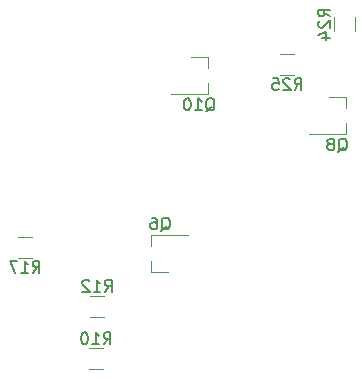
<source format=gbr>
G04 #@! TF.FileFunction,Legend,Bot*
%FSLAX46Y46*%
G04 Gerber Fmt 4.6, Leading zero omitted, Abs format (unit mm)*
G04 Created by KiCad (PCBNEW 4.0.7) date 06/26/19 05:05:19*
%MOMM*%
%LPD*%
G01*
G04 APERTURE LIST*
%ADD10C,0.100000*%
%ADD11C,0.120000*%
%ADD12C,0.150000*%
G04 APERTURE END LIST*
D10*
D11*
X87860600Y-85933400D02*
X87860600Y-85003400D01*
X87860600Y-82773400D02*
X87860600Y-83703400D01*
X87860600Y-82773400D02*
X91020600Y-82773400D01*
X87860600Y-85933400D02*
X89320600Y-85933400D01*
X104366600Y-71089400D02*
X104366600Y-72019400D01*
X104366600Y-74249400D02*
X104366600Y-73319400D01*
X104366600Y-74249400D02*
X101206600Y-74249400D01*
X104366600Y-71089400D02*
X102906600Y-71089400D01*
X92682600Y-67685800D02*
X92682600Y-68615800D01*
X92682600Y-70845800D02*
X92682600Y-69915800D01*
X92682600Y-70845800D02*
X89522600Y-70845800D01*
X92682600Y-67685800D02*
X91222600Y-67685800D01*
X82610400Y-94148800D02*
X83810400Y-94148800D01*
X83810400Y-92388800D02*
X82610400Y-92388800D01*
X82712000Y-89703800D02*
X83912000Y-89703800D01*
X83912000Y-87943800D02*
X82712000Y-87943800D01*
X77790600Y-82940000D02*
X76590600Y-82940000D01*
X76590600Y-84700000D02*
X77790600Y-84700000D01*
X105147000Y-65522400D02*
X105147000Y-64322400D01*
X103387000Y-64322400D02*
X103387000Y-65522400D01*
X99964800Y-67471400D02*
X98764800Y-67471400D01*
X98764800Y-69231400D02*
X99964800Y-69231400D01*
D12*
X88715838Y-82401019D02*
X88811076Y-82353400D01*
X88906314Y-82258162D01*
X89049171Y-82115305D01*
X89144410Y-82067686D01*
X89239648Y-82067686D01*
X89192029Y-82305781D02*
X89287267Y-82258162D01*
X89382505Y-82162924D01*
X89430124Y-81972448D01*
X89430124Y-81639114D01*
X89382505Y-81448638D01*
X89287267Y-81353400D01*
X89192029Y-81305781D01*
X89001552Y-81305781D01*
X88906314Y-81353400D01*
X88811076Y-81448638D01*
X88763457Y-81639114D01*
X88763457Y-81972448D01*
X88811076Y-82162924D01*
X88906314Y-82258162D01*
X89001552Y-82305781D01*
X89192029Y-82305781D01*
X87906314Y-81305781D02*
X88096791Y-81305781D01*
X88192029Y-81353400D01*
X88239648Y-81401019D01*
X88334886Y-81543876D01*
X88382505Y-81734352D01*
X88382505Y-82115305D01*
X88334886Y-82210543D01*
X88287267Y-82258162D01*
X88192029Y-82305781D01*
X88001552Y-82305781D01*
X87906314Y-82258162D01*
X87858695Y-82210543D01*
X87811076Y-82115305D01*
X87811076Y-81877210D01*
X87858695Y-81781971D01*
X87906314Y-81734352D01*
X88001552Y-81686733D01*
X88192029Y-81686733D01*
X88287267Y-81734352D01*
X88334886Y-81781971D01*
X88382505Y-81877210D01*
X103701838Y-75717019D02*
X103797076Y-75669400D01*
X103892314Y-75574162D01*
X104035171Y-75431305D01*
X104130410Y-75383686D01*
X104225648Y-75383686D01*
X104178029Y-75621781D02*
X104273267Y-75574162D01*
X104368505Y-75478924D01*
X104416124Y-75288448D01*
X104416124Y-74955114D01*
X104368505Y-74764638D01*
X104273267Y-74669400D01*
X104178029Y-74621781D01*
X103987552Y-74621781D01*
X103892314Y-74669400D01*
X103797076Y-74764638D01*
X103749457Y-74955114D01*
X103749457Y-75288448D01*
X103797076Y-75478924D01*
X103892314Y-75574162D01*
X103987552Y-75621781D01*
X104178029Y-75621781D01*
X103178029Y-75050352D02*
X103273267Y-75002733D01*
X103320886Y-74955114D01*
X103368505Y-74859876D01*
X103368505Y-74812257D01*
X103320886Y-74717019D01*
X103273267Y-74669400D01*
X103178029Y-74621781D01*
X102987552Y-74621781D01*
X102892314Y-74669400D01*
X102844695Y-74717019D01*
X102797076Y-74812257D01*
X102797076Y-74859876D01*
X102844695Y-74955114D01*
X102892314Y-75002733D01*
X102987552Y-75050352D01*
X103178029Y-75050352D01*
X103273267Y-75097971D01*
X103320886Y-75145590D01*
X103368505Y-75240829D01*
X103368505Y-75431305D01*
X103320886Y-75526543D01*
X103273267Y-75574162D01*
X103178029Y-75621781D01*
X102987552Y-75621781D01*
X102892314Y-75574162D01*
X102844695Y-75526543D01*
X102797076Y-75431305D01*
X102797076Y-75240829D01*
X102844695Y-75145590D01*
X102892314Y-75097971D01*
X102987552Y-75050352D01*
X92494028Y-72313419D02*
X92589266Y-72265800D01*
X92684504Y-72170562D01*
X92827361Y-72027705D01*
X92922600Y-71980086D01*
X93017838Y-71980086D01*
X92970219Y-72218181D02*
X93065457Y-72170562D01*
X93160695Y-72075324D01*
X93208314Y-71884848D01*
X93208314Y-71551514D01*
X93160695Y-71361038D01*
X93065457Y-71265800D01*
X92970219Y-71218181D01*
X92779742Y-71218181D01*
X92684504Y-71265800D01*
X92589266Y-71361038D01*
X92541647Y-71551514D01*
X92541647Y-71884848D01*
X92589266Y-72075324D01*
X92684504Y-72170562D01*
X92779742Y-72218181D01*
X92970219Y-72218181D01*
X91589266Y-72218181D02*
X92160695Y-72218181D01*
X91874981Y-72218181D02*
X91874981Y-71218181D01*
X91970219Y-71361038D01*
X92065457Y-71456276D01*
X92160695Y-71503895D01*
X90970219Y-71218181D02*
X90874980Y-71218181D01*
X90779742Y-71265800D01*
X90732123Y-71313419D01*
X90684504Y-71408657D01*
X90636885Y-71599133D01*
X90636885Y-71837229D01*
X90684504Y-72027705D01*
X90732123Y-72122943D01*
X90779742Y-72170562D01*
X90874980Y-72218181D01*
X90970219Y-72218181D01*
X91065457Y-72170562D01*
X91113076Y-72122943D01*
X91160695Y-72027705D01*
X91208314Y-71837229D01*
X91208314Y-71599133D01*
X91160695Y-71408657D01*
X91113076Y-71313419D01*
X91065457Y-71265800D01*
X90970219Y-71218181D01*
X83853257Y-92021181D02*
X84186591Y-91544990D01*
X84424686Y-92021181D02*
X84424686Y-91021181D01*
X84043733Y-91021181D01*
X83948495Y-91068800D01*
X83900876Y-91116419D01*
X83853257Y-91211657D01*
X83853257Y-91354514D01*
X83900876Y-91449752D01*
X83948495Y-91497371D01*
X84043733Y-91544990D01*
X84424686Y-91544990D01*
X82900876Y-92021181D02*
X83472305Y-92021181D01*
X83186591Y-92021181D02*
X83186591Y-91021181D01*
X83281829Y-91164038D01*
X83377067Y-91259276D01*
X83472305Y-91306895D01*
X82281829Y-91021181D02*
X82186590Y-91021181D01*
X82091352Y-91068800D01*
X82043733Y-91116419D01*
X81996114Y-91211657D01*
X81948495Y-91402133D01*
X81948495Y-91640229D01*
X81996114Y-91830705D01*
X82043733Y-91925943D01*
X82091352Y-91973562D01*
X82186590Y-92021181D01*
X82281829Y-92021181D01*
X82377067Y-91973562D01*
X82424686Y-91925943D01*
X82472305Y-91830705D01*
X82519924Y-91640229D01*
X82519924Y-91402133D01*
X82472305Y-91211657D01*
X82424686Y-91116419D01*
X82377067Y-91068800D01*
X82281829Y-91021181D01*
X83954857Y-87576181D02*
X84288191Y-87099990D01*
X84526286Y-87576181D02*
X84526286Y-86576181D01*
X84145333Y-86576181D01*
X84050095Y-86623800D01*
X84002476Y-86671419D01*
X83954857Y-86766657D01*
X83954857Y-86909514D01*
X84002476Y-87004752D01*
X84050095Y-87052371D01*
X84145333Y-87099990D01*
X84526286Y-87099990D01*
X83002476Y-87576181D02*
X83573905Y-87576181D01*
X83288191Y-87576181D02*
X83288191Y-86576181D01*
X83383429Y-86719038D01*
X83478667Y-86814276D01*
X83573905Y-86861895D01*
X82621524Y-86671419D02*
X82573905Y-86623800D01*
X82478667Y-86576181D01*
X82240571Y-86576181D01*
X82145333Y-86623800D01*
X82097714Y-86671419D01*
X82050095Y-86766657D01*
X82050095Y-86861895D01*
X82097714Y-87004752D01*
X82669143Y-87576181D01*
X82050095Y-87576181D01*
X77833457Y-85972381D02*
X78166791Y-85496190D01*
X78404886Y-85972381D02*
X78404886Y-84972381D01*
X78023933Y-84972381D01*
X77928695Y-85020000D01*
X77881076Y-85067619D01*
X77833457Y-85162857D01*
X77833457Y-85305714D01*
X77881076Y-85400952D01*
X77928695Y-85448571D01*
X78023933Y-85496190D01*
X78404886Y-85496190D01*
X76881076Y-85972381D02*
X77452505Y-85972381D01*
X77166791Y-85972381D02*
X77166791Y-84972381D01*
X77262029Y-85115238D01*
X77357267Y-85210476D01*
X77452505Y-85258095D01*
X76547743Y-84972381D02*
X75881076Y-84972381D01*
X76309648Y-85972381D01*
X103019381Y-64279543D02*
X102543190Y-63946209D01*
X103019381Y-63708114D02*
X102019381Y-63708114D01*
X102019381Y-64089067D01*
X102067000Y-64184305D01*
X102114619Y-64231924D01*
X102209857Y-64279543D01*
X102352714Y-64279543D01*
X102447952Y-64231924D01*
X102495571Y-64184305D01*
X102543190Y-64089067D01*
X102543190Y-63708114D01*
X102114619Y-64660495D02*
X102067000Y-64708114D01*
X102019381Y-64803352D01*
X102019381Y-65041448D01*
X102067000Y-65136686D01*
X102114619Y-65184305D01*
X102209857Y-65231924D01*
X102305095Y-65231924D01*
X102447952Y-65184305D01*
X103019381Y-64612876D01*
X103019381Y-65231924D01*
X102352714Y-66089067D02*
X103019381Y-66089067D01*
X101971762Y-65850971D02*
X102686048Y-65612876D01*
X102686048Y-66231924D01*
X100007657Y-70503781D02*
X100340991Y-70027590D01*
X100579086Y-70503781D02*
X100579086Y-69503781D01*
X100198133Y-69503781D01*
X100102895Y-69551400D01*
X100055276Y-69599019D01*
X100007657Y-69694257D01*
X100007657Y-69837114D01*
X100055276Y-69932352D01*
X100102895Y-69979971D01*
X100198133Y-70027590D01*
X100579086Y-70027590D01*
X99626705Y-69599019D02*
X99579086Y-69551400D01*
X99483848Y-69503781D01*
X99245752Y-69503781D01*
X99150514Y-69551400D01*
X99102895Y-69599019D01*
X99055276Y-69694257D01*
X99055276Y-69789495D01*
X99102895Y-69932352D01*
X99674324Y-70503781D01*
X99055276Y-70503781D01*
X98150514Y-69503781D02*
X98626705Y-69503781D01*
X98674324Y-69979971D01*
X98626705Y-69932352D01*
X98531467Y-69884733D01*
X98293371Y-69884733D01*
X98198133Y-69932352D01*
X98150514Y-69979971D01*
X98102895Y-70075210D01*
X98102895Y-70313305D01*
X98150514Y-70408543D01*
X98198133Y-70456162D01*
X98293371Y-70503781D01*
X98531467Y-70503781D01*
X98626705Y-70456162D01*
X98674324Y-70408543D01*
M02*

</source>
